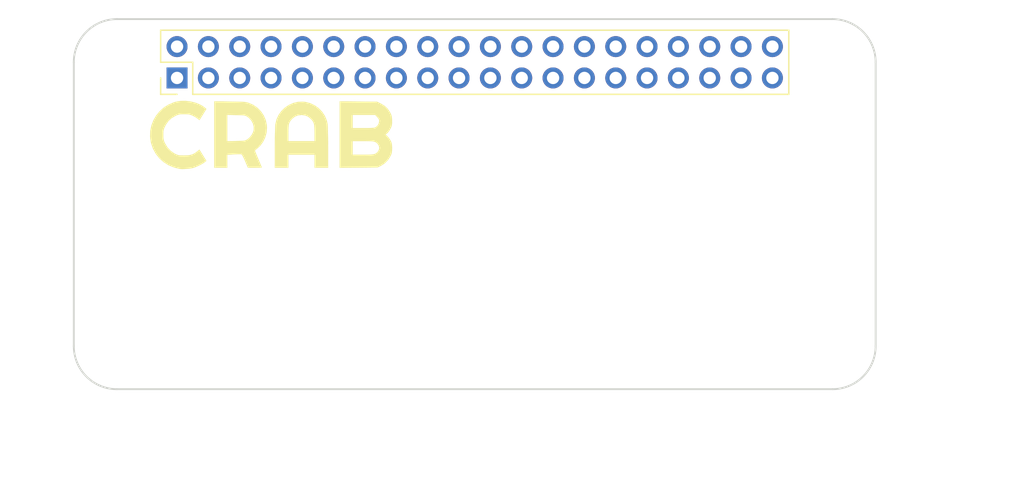
<source format=kicad_pcb>
(kicad_pcb (version 20171130) (host pcbnew "(5.0.0-rc2-dev-707-g2ed24a4)")

  (general
    (thickness 1.6)
    (drawings 10)
    (tracks 0)
    (zones 0)
    (modules 6)
    (nets 2)
  )

  (page A4)
  (layers
    (0 F.Cu signal)
    (31 B.Cu signal)
    (32 B.Adhes user)
    (33 F.Adhes user)
    (34 B.Paste user)
    (35 F.Paste user)
    (36 B.SilkS user)
    (37 F.SilkS user)
    (38 B.Mask user)
    (39 F.Mask user)
    (40 Dwgs.User user)
    (41 Cmts.User user)
    (42 Eco1.User user)
    (43 Eco2.User user)
    (44 Edge.Cuts user)
    (45 Margin user)
    (46 B.CrtYd user)
    (47 F.CrtYd user)
    (48 B.Fab user)
    (49 F.Fab user)
  )

  (setup
    (last_trace_width 0.25)
    (trace_clearance 0.2)
    (zone_clearance 0.508)
    (zone_45_only no)
    (trace_min 0.2)
    (segment_width 0.15)
    (edge_width 0.15)
    (via_size 0.6)
    (via_drill 0.4)
    (via_min_size 0.4)
    (via_min_drill 0.3)
    (uvia_size 0.3)
    (uvia_drill 0.1)
    (uvias_allowed no)
    (uvia_min_size 0.2)
    (uvia_min_drill 0.1)
    (pcb_text_width 0.3)
    (pcb_text_size 1.5 1.5)
    (mod_edge_width 0.15)
    (mod_text_size 1 1)
    (mod_text_width 0.15)
    (pad_size 3.2 3.2)
    (pad_drill 3.2)
    (pad_to_mask_clearance 0.2)
    (aux_axis_origin -32.61 -30.3)
    (grid_origin -32.61 -30.3)
    (visible_elements FFFFFF7F)
    (pcbplotparams
      (layerselection 0x00030_80000001)
      (usegerberextensions false)
      (usegerberattributes false)
      (usegerberadvancedattributes false)
      (creategerberjobfile false)
      (excludeedgelayer true)
      (linewidth 0.100000)
      (plotframeref false)
      (viasonmask false)
      (mode 1)
      (useauxorigin false)
      (hpglpennumber 1)
      (hpglpenspeed 20)
      (hpglpendiameter 15)
      (psnegative false)
      (psa4output false)
      (plotreference true)
      (plotvalue true)
      (plotinvisibletext false)
      (padsonsilk false)
      (subtractmaskfromsilk false)
      (outputformat 1)
      (mirror false)
      (drillshape 1)
      (scaleselection 1)
      (outputdirectory ""))
  )

  (net 0 "")
  (net 1 +5V)

  (net_class Default "This is the default net class."
    (clearance 0.2)
    (trace_width 0.25)
    (via_dia 0.6)
    (via_drill 0.4)
    (uvia_dia 0.3)
    (uvia_drill 0.1)
    (add_net +5V)
  )

  (module Mounting_Holes:MountingHole_3.2mm_M3 (layer F.Cu) (tedit 5B2829A3) (tstamp 5B293750)
    (at 118.89 86.2)
    (descr "Mounting Hole 3.2mm, no annular, M3")
    (tags "mounting hole 3.2mm no annular m3")
    (attr virtual)
    (fp_text reference REF** (at 0 -4.2) (layer Cmts.User)
      (effects (font (size 1 1) (thickness 0.15)))
    )
    (fp_text value MountingHole_3.2mm_M3 (at 0 4.2) (layer Cmts.User)
      (effects (font (size 1 1) (thickness 0.15)))
    )
    (fp_text user %R (at 0.3 0) (layer F.Fab)
      (effects (font (size 1 1) (thickness 0.15)))
    )
    (fp_circle (center 0 0) (end 3.2 0) (layer Cmts.User) (width 0.15))
    (fp_circle (center 0 0) (end 3.45 0) (layer F.CrtYd) (width 0.05))
    (pad 1 np_thru_hole circle (at 0 0) (size 3.2 3.2) (drill 3.2) (layers *.Cu *.Mask))
  )

  (module Mounting_Holes:MountingHole_3.2mm_M3 (layer F.Cu) (tedit 5B2829AA) (tstamp 5B293758)
    (at 176.89 86.2)
    (descr "Mounting Hole 3.2mm, no annular, M3")
    (tags "mounting hole 3.2mm no annular m3")
    (attr virtual)
    (fp_text reference REF** (at 0 -4.2) (layer Cmts.User)
      (effects (font (size 1 1) (thickness 0.15)))
    )
    (fp_text value MountingHole_3.2mm_M3 (at 0 4.2) (layer Cmts.User)
      (effects (font (size 1 1) (thickness 0.15)))
    )
    (fp_text user %R (at 0.3 0) (layer F.Fab)
      (effects (font (size 1 1) (thickness 0.15)))
    )
    (fp_circle (center 0 0) (end 3.2 0) (layer Cmts.User) (width 0.15))
    (fp_circle (center 0 0) (end 3.45 0) (layer F.CrtYd) (width 0.05))
    (pad 1 np_thru_hole circle (at 0 0) (size 3.2 3.2) (drill 3.2) (layers *.Cu *.Mask))
  )

  (module Mounting_Holes:MountingHole_3.2mm_M3 (layer F.Cu) (tedit 5B282BEC) (tstamp 5B293760)
    (at 176.89 109.2)
    (descr "Mounting Hole 3.2mm, no annular, M3")
    (tags "mounting hole 3.2mm no annular m3")
    (attr virtual)
    (fp_text reference REF** (at 0 -4.2) (layer Cmts.User)
      (effects (font (size 1 1) (thickness 0.15)))
    )
    (fp_text value MountingHole_3.2mm_M3 (at 0 4.2) (layer Cmts.User)
      (effects (font (size 1 1) (thickness 0.15)))
    )
    (fp_text user %R (at 0.3 0) (layer F.Fab)
      (effects (font (size 1 1) (thickness 0.15)))
    )
    (fp_circle (center 0 0) (end 3.2 0) (layer Cmts.User) (width 0.15))
    (fp_circle (center 0 0) (end 3.45 0) (layer F.CrtYd) (width 0.05))
    (pad 1 np_thru_hole circle (at 0 0) (size 3.2 3.2) (drill 3.2) (layers *.Cu *.Mask))
  )

  (module Mounting_Holes:MountingHole_3.2mm_M3 (layer F.Cu) (tedit 5B282997) (tstamp 5B293768)
    (at 118.89 109.2)
    (descr "Mounting Hole 3.2mm, no annular, M3")
    (tags "mounting hole 3.2mm no annular m3")
    (attr virtual)
    (fp_text reference REF** (at 0 -4.2) (layer Cmts.User)
      (effects (font (size 1 1) (thickness 0.15)))
    )
    (fp_text value MountingHole_3.2mm_M3 (at 0 4.2) (layer Cmts.User)
      (effects (font (size 1 1) (thickness 0.15)))
    )
    (fp_text user %R (at 0.3 0) (layer F.Fab)
      (effects (font (size 1 1) (thickness 0.15)))
    )
    (fp_circle (center 0 0) (end 3.2 0) (layer Cmts.User) (width 0.15))
    (fp_circle (center 0 0) (end 3.45 0) (layer F.CrtYd) (width 0.05))
    (pad 1 np_thru_hole circle (at 0 0) (size 3.2 3.2) (drill 3.2) (layers *.Cu *.Mask))
  )

  (module Pin_Headers:Pin_Header_Straight_2x20_Pitch2.54mm (layer F.Cu) (tedit 5B2829DA) (tstamp 5B2E9F62)
    (at 123.76 87.47 90)
    (descr "Through hole straight pin header, 2x20, 2.54mm pitch, double rows")
    (tags "Through hole pin header THT 2x20 2.54mm double row")
    (path /5B21837F)
    (fp_text reference H1 (at 1.27 -2.33 90) (layer Cmts.User)
      (effects (font (size 1 1) (thickness 0.15)))
    )
    (fp_text value RaspberryPi (at 1.27 50.59 90) (layer Cmts.User)
      (effects (font (size 1 1) (thickness 0.15)))
    )
    (fp_line (start 0 -1.27) (end 3.81 -1.27) (layer F.Fab) (width 0.1))
    (fp_line (start 3.81 -1.27) (end 3.81 49.53) (layer F.Fab) (width 0.1))
    (fp_line (start 3.81 49.53) (end -1.27 49.53) (layer F.Fab) (width 0.1))
    (fp_line (start -1.27 49.53) (end -1.27 0) (layer F.Fab) (width 0.1))
    (fp_line (start -1.27 0) (end 0 -1.27) (layer F.Fab) (width 0.1))
    (fp_line (start -1.33 49.59) (end 3.87 49.59) (layer F.SilkS) (width 0.12))
    (fp_line (start -1.33 1.27) (end -1.33 49.59) (layer F.SilkS) (width 0.12))
    (fp_line (start 3.87 -1.33) (end 3.87 49.59) (layer F.SilkS) (width 0.12))
    (fp_line (start -1.33 1.27) (end 1.27 1.27) (layer F.SilkS) (width 0.12))
    (fp_line (start 1.27 1.27) (end 1.27 -1.33) (layer F.SilkS) (width 0.12))
    (fp_line (start 1.27 -1.33) (end 3.87 -1.33) (layer F.SilkS) (width 0.12))
    (fp_line (start -1.33 0) (end -1.33 -1.33) (layer F.SilkS) (width 0.12))
    (fp_line (start -1.33 -1.33) (end 0 -1.33) (layer F.SilkS) (width 0.12))
    (fp_line (start -1.8 -1.8) (end -1.8 50.05) (layer F.CrtYd) (width 0.05))
    (fp_line (start -1.8 50.05) (end 4.35 50.05) (layer F.CrtYd) (width 0.05))
    (fp_line (start 4.35 50.05) (end 4.35 -1.8) (layer F.CrtYd) (width 0.05))
    (fp_line (start 4.35 -1.8) (end -1.8 -1.8) (layer F.CrtYd) (width 0.05))
    (fp_text user %R (at 1.27 24.13 180) (layer Cmts.User)
      (effects (font (size 1 1) (thickness 0.15)))
    )
    (pad 1 thru_hole rect (at 0 0 90) (size 1.7 1.7) (drill 1) (layers *.Cu *.Mask))
    (pad 2 thru_hole oval (at 2.54 0 90) (size 1.7 1.7) (drill 1) (layers *.Cu *.Mask)
      (net 1 +5V))
    (pad 3 thru_hole oval (at 0 2.54 90) (size 1.7 1.7) (drill 1) (layers *.Cu *.Mask))
    (pad 4 thru_hole oval (at 2.54 2.54 90) (size 1.7 1.7) (drill 1) (layers *.Cu *.Mask)
      (net 1 +5V))
    (pad 5 thru_hole oval (at 0 5.08 90) (size 1.7 1.7) (drill 1) (layers *.Cu *.Mask))
    (pad 6 thru_hole oval (at 2.54 5.08 90) (size 1.7 1.7) (drill 1) (layers *.Cu *.Mask))
    (pad 7 thru_hole oval (at 0 7.62 90) (size 1.7 1.7) (drill 1) (layers *.Cu *.Mask))
    (pad 8 thru_hole oval (at 2.54 7.62 90) (size 1.7 1.7) (drill 1) (layers *.Cu *.Mask))
    (pad 9 thru_hole oval (at 0 10.16 90) (size 1.7 1.7) (drill 1) (layers *.Cu *.Mask))
    (pad 10 thru_hole oval (at 2.54 10.16 90) (size 1.7 1.7) (drill 1) (layers *.Cu *.Mask))
    (pad 11 thru_hole oval (at 0 12.7 90) (size 1.7 1.7) (drill 1) (layers *.Cu *.Mask))
    (pad 12 thru_hole oval (at 2.54 12.7 90) (size 1.7 1.7) (drill 1) (layers *.Cu *.Mask))
    (pad 13 thru_hole oval (at 0 15.24 90) (size 1.7 1.7) (drill 1) (layers *.Cu *.Mask))
    (pad 14 thru_hole oval (at 2.54 15.24 90) (size 1.7 1.7) (drill 1) (layers *.Cu *.Mask))
    (pad 15 thru_hole oval (at 0 17.78 90) (size 1.7 1.7) (drill 1) (layers *.Cu *.Mask))
    (pad 16 thru_hole oval (at 2.54 17.78 90) (size 1.7 1.7) (drill 1) (layers *.Cu *.Mask))
    (pad 17 thru_hole oval (at 0 20.32 90) (size 1.7 1.7) (drill 1) (layers *.Cu *.Mask))
    (pad 18 thru_hole oval (at 2.54 20.32 90) (size 1.7 1.7) (drill 1) (layers *.Cu *.Mask))
    (pad 19 thru_hole oval (at 0 22.86 90) (size 1.7 1.7) (drill 1) (layers *.Cu *.Mask))
    (pad 20 thru_hole oval (at 2.54 22.86 90) (size 1.7 1.7) (drill 1) (layers *.Cu *.Mask))
    (pad 21 thru_hole oval (at 0 25.4 90) (size 1.7 1.7) (drill 1) (layers *.Cu *.Mask))
    (pad 22 thru_hole oval (at 2.54 25.4 90) (size 1.7 1.7) (drill 1) (layers *.Cu *.Mask))
    (pad 23 thru_hole oval (at 0 27.94 90) (size 1.7 1.7) (drill 1) (layers *.Cu *.Mask))
    (pad 24 thru_hole oval (at 2.54 27.94 90) (size 1.7 1.7) (drill 1) (layers *.Cu *.Mask))
    (pad 25 thru_hole oval (at 0 30.48 90) (size 1.7 1.7) (drill 1) (layers *.Cu *.Mask))
    (pad 26 thru_hole oval (at 2.54 30.48 90) (size 1.7 1.7) (drill 1) (layers *.Cu *.Mask))
    (pad 27 thru_hole oval (at 0 33.02 90) (size 1.7 1.7) (drill 1) (layers *.Cu *.Mask))
    (pad 28 thru_hole oval (at 2.54 33.02 90) (size 1.7 1.7) (drill 1) (layers *.Cu *.Mask))
    (pad 29 thru_hole oval (at 0 35.56 90) (size 1.7 1.7) (drill 1) (layers *.Cu *.Mask))
    (pad 30 thru_hole oval (at 2.54 35.56 90) (size 1.7 1.7) (drill 1) (layers *.Cu *.Mask))
    (pad 31 thru_hole oval (at 0 38.1 90) (size 1.7 1.7) (drill 1) (layers *.Cu *.Mask))
    (pad 32 thru_hole oval (at 2.54 38.1 90) (size 1.7 1.7) (drill 1) (layers *.Cu *.Mask))
    (pad 33 thru_hole oval (at 0 40.64 90) (size 1.7 1.7) (drill 1) (layers *.Cu *.Mask))
    (pad 34 thru_hole oval (at 2.54 40.64 90) (size 1.7 1.7) (drill 1) (layers *.Cu *.Mask))
    (pad 35 thru_hole oval (at 0 43.18 90) (size 1.7 1.7) (drill 1) (layers *.Cu *.Mask))
    (pad 36 thru_hole oval (at 2.54 43.18 90) (size 1.7 1.7) (drill 1) (layers *.Cu *.Mask))
    (pad 37 thru_hole oval (at 0 45.72 90) (size 1.7 1.7) (drill 1) (layers *.Cu *.Mask))
    (pad 38 thru_hole oval (at 2.54 45.72 90) (size 1.7 1.7) (drill 1) (layers *.Cu *.Mask))
    (pad 39 thru_hole oval (at 0 48.26 90) (size 1.7 1.7) (drill 1) (layers *.Cu *.Mask))
    (pad 40 thru_hole oval (at 2.54 48.26 90) (size 1.7 1.7) (drill 1) (layers *.Cu *.Mask))
    (model ${KISYS3DMOD}/Pin_Headers.3dshapes/Pin_Header_Straight_2x20_Pitch2.54mm.wrl
      (at (xyz 0 0 0))
      (scale (xyz 1 1 1))
      (rotate (xyz 0 0 0))
    )
  )

  (module crab_template:LOGO (layer F.Cu) (tedit 0) (tstamp 5B2CF04F)
    (at 131.39 91.7)
    (fp_text reference G*** (at 0 0) (layer F.SilkS) hide
      (effects (font (size 1.524 1.524) (thickness 0.3)))
    )
    (fp_text value LOGO (at 0.75 0) (layer F.SilkS) hide
      (effects (font (size 1.524 1.524) (thickness 0.3)))
    )
    (fp_poly (pts (xy -6.537675 -2.324383) (xy -6.145921 -2.22806) (xy -5.786493 -2.086549) (xy -5.478108 -1.903663)
      (xy -5.382513 -1.827848) (xy -5.251077 -1.7145) (xy -5.811725 -0.80677) (xy -5.971393 -0.933229)
      (xy -6.100779 -1.022347) (xy -6.265109 -1.118093) (xy -6.378114 -1.175428) (xy -6.506024 -1.230582)
      (xy -6.621493 -1.264992) (xy -6.7518 -1.283365) (xy -6.92422 -1.290413) (xy -7.0485 -1.291167)
      (xy -7.252055 -1.288809) (xy -7.39921 -1.278167) (xy -7.518183 -1.253887) (xy -7.63719 -1.210615)
      (xy -7.754603 -1.157202) (xy -8.070392 -0.973091) (xy -8.321576 -0.745515) (xy -8.523187 -0.45976)
      (xy -8.58373 -0.345487) (xy -8.65847 -0.188627) (xy -8.705014 -0.066203) (xy -8.729996 0.052186)
      (xy -8.740055 0.196941) (xy -8.741833 0.378775) (xy -8.739101 0.578961) (xy -8.726997 0.724519)
      (xy -8.699656 0.845413) (xy -8.651214 0.971608) (xy -8.607002 1.067787) (xy -8.406319 1.401656)
      (xy -8.150575 1.678069) (xy -7.847988 1.888447) (xy -7.794668 1.915952) (xy -7.665588 1.976869)
      (xy -7.558774 2.01648) (xy -7.449465 2.039343) (xy -7.312904 2.050017) (xy -7.124331 2.05306)
      (xy -7.04939 2.053167) (xy -6.759708 2.04342) (xy -6.528887 2.009087) (xy -6.332832 1.942533)
      (xy -6.147453 1.836119) (xy -5.99145 1.717817) (xy -5.816655 1.574585) (xy -5.252755 2.493263)
      (xy -5.417945 2.624095) (xy -5.57473 2.728629) (xy -5.783512 2.841432) (xy -6.014591 2.948539)
      (xy -6.238268 3.035986) (xy -6.393415 3.082767) (xy -6.551537 3.111214) (xy -6.754363 3.134319)
      (xy -6.972788 3.150188) (xy -7.177708 3.156931) (xy -7.340017 3.152658) (xy -7.387166 3.147334)
      (xy -7.872962 3.030825) (xy -8.31839 2.844765) (xy -8.717612 2.594488) (xy -9.064789 2.285327)
      (xy -9.354082 1.922617) (xy -9.579653 1.511689) (xy -9.735663 1.057879) (xy -9.752696 0.986476)
      (xy -9.815889 0.52245) (xy -9.799499 0.065177) (xy -9.708598 -0.377135) (xy -9.548256 -0.796276)
      (xy -9.323545 -1.18404) (xy -9.039536 -1.532217) (xy -8.7013 -1.832599) (xy -8.313908 -2.076978)
      (xy -7.882432 -2.257146) (xy -7.719723 -2.304085) (xy -7.343293 -2.366209) (xy -6.943038 -2.371704)
      (xy -6.537675 -2.324383)) (layer F.SilkS) (width 0.01))
    (fp_poly (pts (xy -3.354916 -2.318694) (xy -2.989304 -2.313561) (xy -2.697227 -2.308128) (xy -2.467558 -2.301611)
      (xy -2.289167 -2.293225) (xy -2.150925 -2.282188) (xy -2.041704 -2.267715) (xy -1.950374 -2.249022)
      (xy -1.865807 -2.225325) (xy -1.820333 -2.210607) (xy -1.441638 -2.041628) (xy -1.107068 -1.807129)
      (xy -0.823761 -1.516948) (xy -0.598858 -1.18092) (xy -0.439499 -0.808882) (xy -0.352823 -0.41067)
      (xy -0.338666 -0.169333) (xy -0.376094 0.218757) (xy -0.483205 0.595898) (xy -0.652237 0.945813)
      (xy -0.875431 1.252228) (xy -1.12813 1.486384) (xy -1.230551 1.569946) (xy -1.297431 1.637594)
      (xy -1.312333 1.664527) (xy -1.296545 1.715163) (xy -1.252856 1.829779) (xy -1.186777 1.994563)
      (xy -1.103818 2.1957) (xy -1.037166 2.354242) (xy -0.94574 2.571335) (xy -0.867167 2.760312)
      (xy -0.806916 2.907827) (xy -0.770454 3.000534) (xy -0.762 3.025916) (xy -0.801737 3.034056)
      (xy -0.910574 3.040844) (xy -1.072946 3.045667) (xy -1.273287 3.047912) (xy -1.32327 3.048)
      (xy -1.88454 3.048) (xy -2.11702 2.508748) (xy -2.223101 2.270923) (xy -2.305965 2.105102)
      (xy -2.370138 2.003296) (xy -2.420148 1.957518) (xy -2.431526 1.953781) (xy -2.504246 1.950054)
      (xy -2.64179 1.951495) (xy -2.824506 1.957636) (xy -3.032739 1.968011) (xy -3.034776 1.968129)
      (xy -3.556 1.998192) (xy -3.556 3.048) (xy -4.614333 3.048) (xy -4.614333 0.894575)
      (xy -3.556 0.894575) (xy -2.843393 0.881204) (xy -2.582142 0.875922) (xy -2.390124 0.869785)
      (xy -2.251919 0.86042) (xy -2.152107 0.845448) (xy -2.075268 0.822493) (xy -2.005983 0.78918)
      (xy -1.92883 0.743132) (xy -1.922643 0.739313) (xy -1.735334 0.583758) (xy -1.573805 0.375933)
      (xy -1.458465 0.145853) (xy -1.417581 -0.003463) (xy -1.41335 -0.269368) (xy -1.48197 -0.535456)
      (xy -1.614058 -0.781761) (xy -1.800229 -0.988321) (xy -1.922643 -1.07798) (xy -2.000941 -1.125023)
      (xy -2.070277 -1.159163) (xy -2.14607 -1.182775) (xy -2.243741 -1.198236) (xy -2.378708 -1.207921)
      (xy -2.566393 -1.214209) (xy -2.822215 -1.219473) (xy -2.843393 -1.219871) (xy -3.556 -1.233242)
      (xy -3.556 0.894575) (xy -4.614333 0.894575) (xy -4.614333 -2.334956) (xy -3.354916 -2.318694)) (layer F.SilkS) (width 0.01))
    (fp_poly (pts (xy 2.76225 -2.288009) (xy 3.158709 -2.186884) (xy 3.525027 -2.014189) (xy 3.852091 -1.778892)
      (xy 4.130787 -1.489963) (xy 4.352001 -1.156371) (xy 4.50662 -0.787084) (xy 4.570996 -0.508)
      (xy 4.580635 -0.403567) (xy 4.589531 -0.225723) (xy 4.597429 0.014276) (xy 4.604077 0.305175)
      (xy 4.609223 0.635719) (xy 4.612613 0.994652) (xy 4.613996 1.370721) (xy 4.614014 1.407583)
      (xy 4.614334 3.048) (xy 3.513667 3.048) (xy 3.513667 1.989667) (xy 1.397 1.989667)
      (xy 1.397 3.048) (xy 0.296334 3.048) (xy 0.297172 1.42875) (xy 0.298475 1.052802)
      (xy 0.301816 0.691853) (xy 0.306936 0.357439) (xy 0.309757 0.231473) (xy 1.397 0.231473)
      (xy 1.397 0.889) (xy 3.513667 0.889) (xy 3.513667 0.231473) (xy 3.511348 -0.058128)
      (xy 3.501758 -0.279187) (xy 3.48095 -0.447764) (xy 3.444973 -0.579917) (xy 3.389881 -0.691705)
      (xy 3.311723 -0.799189) (xy 3.239922 -0.881851) (xy 3.024407 -1.071385) (xy 2.783692 -1.184246)
      (xy 2.503066 -1.226918) (xy 2.455334 -1.227667) (xy 2.167249 -1.195234) (xy 1.921343 -1.093612)
      (xy 1.702903 -0.916316) (xy 1.670745 -0.881851) (xy 1.573778 -0.767657) (xy 1.502685 -0.660579)
      (xy 1.453517 -0.54456) (xy 1.422326 -0.403539) (xy 1.405162 -0.221458) (xy 1.398077 0.017742)
      (xy 1.397 0.231473) (xy 0.309757 0.231473) (xy 0.313574 0.061099) (xy 0.321471 -0.185631)
      (xy 0.330365 -0.371212) (xy 0.339997 -0.484108) (xy 0.340377 -0.486833) (xy 0.437148 -0.879303)
      (xy 0.604947 -1.238444) (xy 0.8345 -1.557358) (xy 1.116534 -1.829151) (xy 1.441777 -2.046924)
      (xy 1.800954 -2.203781) (xy 2.184792 -2.292825) (xy 2.584018 -2.30716) (xy 2.76225 -2.288009)) (layer F.SilkS) (width 0.01))
    (fp_poly (pts (xy 7.061413 -2.320621) (xy 8.57716 -2.307167) (xy 8.900148 -2.147471) (xy 9.208201 -1.958853)
      (xy 9.452094 -1.724364) (xy 9.646371 -1.429344) (xy 9.681458 -1.359916) (xy 9.739986 -1.226152)
      (xy 9.775117 -1.102645) (xy 9.792626 -0.958826) (xy 9.798289 -0.764126) (xy 9.798425 -0.740833)
      (xy 9.79684 -0.55149) (xy 9.785576 -0.416796) (xy 9.757982 -0.306789) (xy 9.707405 -0.191505)
      (xy 9.653964 -0.090145) (xy 9.563459 0.058745) (xy 9.468067 0.187424) (xy 9.390348 0.266351)
      (xy 9.272934 0.353159) (xy 9.420763 0.496728) (xy 9.527683 0.620517) (xy 9.635628 0.776196)
      (xy 9.683989 0.859899) (xy 9.741519 0.980358) (xy 9.776271 1.091546) (xy 9.793765 1.222134)
      (xy 9.799519 1.400796) (xy 9.799777 1.46139) (xy 9.796921 1.65586) (xy 9.783527 1.797296)
      (xy 9.753062 1.917235) (xy 9.698995 2.047215) (xy 9.662953 2.122002) (xy 9.469871 2.423615)
      (xy 9.214476 2.683897) (xy 8.915749 2.884214) (xy 8.856898 2.913377) (xy 8.614834 3.026833)
      (xy 7.08025 3.039832) (xy 5.545667 3.05283) (xy 5.545667 1.989667) (xy 6.604 1.989667)
      (xy 7.440084 1.988737) (xy 7.736547 1.987461) (xy 7.961767 1.983681) (xy 8.129152 1.976342)
      (xy 8.252114 1.964389) (xy 8.34406 1.946768) (xy 8.418403 1.922425) (xy 8.448712 1.90944)
      (xy 8.604646 1.798042) (xy 8.715372 1.638803) (xy 8.762491 1.459245) (xy 8.763 1.439333)
      (xy 8.724045 1.259219) (xy 8.619447 1.09638) (xy 8.467606 0.978338) (xy 8.448712 0.969226)
      (xy 8.377847 0.941623) (xy 8.295224 0.921201) (xy 8.187433 0.906907) (xy 8.041064 0.897685)
      (xy 7.842707 0.892483) (xy 7.578952 0.890245) (xy 7.440084 0.88993) (xy 6.604 0.889)
      (xy 6.604 1.989667) (xy 5.545667 1.989667) (xy 5.545667 -1.227667) (xy 6.604 -1.227667)
      (xy 6.604 -0.169333) (xy 7.48674 -0.169333) (xy 7.782725 -0.169724) (xy 8.006589 -0.171682)
      (xy 8.170876 -0.176388) (xy 8.288132 -0.185024) (xy 8.370899 -0.198771) (xy 8.431725 -0.218808)
      (xy 8.483152 -0.246316) (xy 8.513323 -0.265964) (xy 8.641026 -0.393836) (xy 8.726416 -0.562317)
      (xy 8.75636 -0.739874) (xy 8.745904 -0.824355) (xy 8.697153 -0.928617) (xy 8.610831 -1.046721)
      (xy 8.574238 -1.086229) (xy 8.4328 -1.227667) (xy 6.604 -1.227667) (xy 5.545667 -1.227667)
      (xy 5.545667 -2.334075) (xy 7.061413 -2.320621)) (layer F.SilkS) (width 0.01))
  )

  (dimension 65 (width 0.3) (layer Dwgs.User)
    (gr_text "65.000 mm" (at 147.89 122.05) (layer Dwgs.User)
      (effects (font (size 1.5 1.5) (thickness 0.3)))
    )
    (feature1 (pts (xy 180.39 113.7) (xy 180.39 123.4)))
    (feature2 (pts (xy 115.39 113.7) (xy 115.39 123.4)))
    (crossbar (pts (xy 115.39 120.7) (xy 180.39 120.7)))
    (arrow1a (pts (xy 180.39 120.7) (xy 179.263496 121.286421)))
    (arrow1b (pts (xy 180.39 120.7) (xy 179.263496 120.113579)))
    (arrow2a (pts (xy 115.39 120.7) (xy 116.516504 121.286421)))
    (arrow2b (pts (xy 115.39 120.7) (xy 116.516504 120.113579)))
  )
  (dimension 30 (width 0.3) (layer Dwgs.User)
    (gr_text "30.000 mm" (at 189.74 97.7 270) (layer Dwgs.User)
      (effects (font (size 1.5 1.5) (thickness 0.3)))
    )
    (feature1 (pts (xy 181.39 112.7) (xy 191.09 112.7)))
    (feature2 (pts (xy 181.39 82.7) (xy 191.09 82.7)))
    (crossbar (pts (xy 188.39 82.7) (xy 188.39 112.7)))
    (arrow1a (pts (xy 188.39 112.7) (xy 187.803579 111.573496)))
    (arrow1b (pts (xy 188.39 112.7) (xy 188.976421 111.573496)))
    (arrow2a (pts (xy 188.39 82.7) (xy 187.803579 83.826504)))
    (arrow2b (pts (xy 188.39 82.7) (xy 188.976421 83.826504)))
  )
  (gr_arc (start 118.89 109.2) (end 118.89 112.7) (angle 90) (layer Edge.Cuts) (width 0.15))
  (gr_arc (start 176.89 109.2) (end 180.39 109.2) (angle 90) (layer Edge.Cuts) (width 0.15))
  (gr_arc (start 176.89 86.2) (end 176.89 82.7) (angle 90) (layer Edge.Cuts) (width 0.15))
  (gr_arc (start 118.89 86.2) (end 115.39 86.2) (angle 90) (layer Edge.Cuts) (width 0.15))
  (gr_line (start 176.89 112.7) (end 118.89 112.7) (layer Edge.Cuts) (width 0.15))
  (gr_line (start 180.39 86.2) (end 180.39 109.2) (layer Edge.Cuts) (width 0.15))
  (gr_line (start 118.89 82.7) (end 176.89 82.7) (layer Edge.Cuts) (width 0.15))
  (gr_line (start 115.39 109.2) (end 115.39 86.2) (layer Edge.Cuts) (width 0.15))

)

</source>
